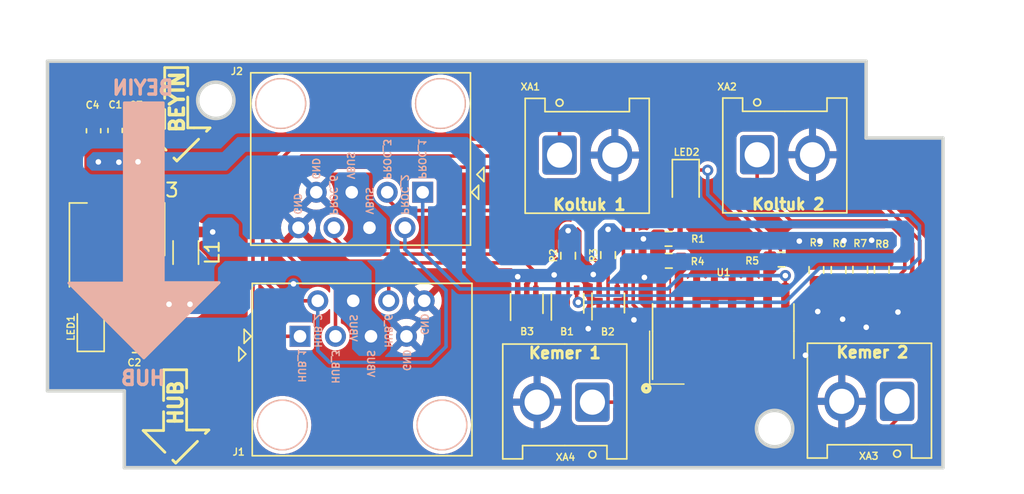
<source format=kicad_pcb>
(kicad_pcb (version 20240108) (generator "pcbnew") (generator_version "8.0")
  (layers (0 "F.Cu" signal) (31 "B.Cu" signal) (34 "B.Paste" user) (35 "F.Paste" user) (36 "B.SilkS" user "B.Silkscreen") (37 "F.SilkS" user "F.Silkscreen") (38 "B.Mask" user) (39 "F.Mask" user) (44 "Edge.Cuts" user))
  (net 0 "")
  (net 1 "GND")
  (net 2 "/HUB_3")
  (net 3 "VBUS")
  (net 4 "/HUB_6")
  (net 5 "/HUB_1")
  (net 6 "/HUB_2")
  (net 7 "/PROC_1")
  (net 8 "/PROC_3")
  (net 9 "/PROC_6")
  (net 10 "Net-(LED1-Pad2)")
  (net 11 "VCC")
  (net 12 "Net-(U1-H)")
  (net 13 "Net-(U1-G)")
  (net 14 "Net-(U1-F)")
  (net 15 "Net-(U1-E)")
  (net 16 "Net-(B1-Y)")
  (net 17 "Net-(LED2-A)")
  (net 19 "VBUS_2")
  (footprint "Package_TO_SOT_SMD:SOT-353_SC-70-5" (layer "F.Cu") (at 133.3052 93.366 90)
    (property "Reference" "B2" (at -2.06 -0.03 0) (layer "F.SilkS") (effects (font (size 0.5 0.5) (thickness 0.1))))
    (property "Value" " 74LVC1G125")
    (pad "1" smd rect (at -0.95 -0.65 90) (size 0.65 0.4) (layers "F.Cu" "F.Paste" "F.Mask") (net 1 "GND"))
    (pad "2" smd rect (at -0.95 0 90) (size 0.65 0.4) (layers "F.Cu" "F.Paste" "F.Mask") (net 8 "/PROC_3"))
    (pad "3" smd rect (at -0.95 0.65 90) (size 0.65 0.4) (layers "F.Cu" "F.Paste" "F.Mask") (net 1 "GND"))
    (pad "4" smd rect (at 0.95 0.65 90) (size 0.65 0.4) (layers "F.Cu" "F.Paste" "F.Mask") (net 2 "/HUB_3"))
    (pad "5" smd rect (at 0.95 -0.65 90) (size 0.65 0.4) (layers "F.Cu" "F.Paste" "F.Mask") (net 11 "VCC"))
  )
  (footprint "Package_TO_SOT_SMD:SOT-353_SC-70-5" (layer "F.Cu") (at 130.3952 93.386 90)
    (property "Reference" "B1" (at -2.03 -0.04 0) (layer "F.SilkS") (effects (font (size 0.5 0.5) (thickness 0.1))))
    (property "Value" " 74LVC1G125")
    (pad "1" smd rect (at -0.95 -0.65 90) (size 0.65 0.4) (layers "F.Cu" "F.Paste" "F.Mask") (net 1 "GND"))
    (pad "2" smd rect (at -0.95 0 90) (size 0.65 0.4) (layers "F.Cu" "F.Paste" "F.Mask") (net 9 "/PROC_6"))
    (pad "3" smd rect (at -0.95 0.65 90) (size 0.65 0.4) (layers "F.Cu" "F.Paste" "F.Mask") (net 1 "GND"))
    (pad "4" smd rect (at 0.95 0.65 90) (size 0.65 0.4) (layers "F.Cu" "F.Paste" "F.Mask") (net 16 "Net-(B1-Y)"))
    (pad "5" smd rect (at 0.95 -0.65 90) (size 0.65 0.4) (layers "F.Cu" "F.Paste" "F.Mask") (net 11 "VCC"))
  )
  (footprint "Connector_Hirose:Hirose_DF63M-2P-3.96DSA_1x02_P3.96mm_Vertical" (layer "F.Cu") (at 132.1752 100.466 180)
    (property "Reference" "XA4" (at 1.93 -3.94 0) (layer "F.SilkS") (effects (font (size 0.5 0.5) (thickness 0.1))))
    (property "Value" "DNP")
    (pad "1" thru_hole roundrect (at 0 0 180) (size 2.46 2.8) (drill 1.8) (layers "*.Cu" "*.Mask") (roundrect_rratio 0.1016260163) (net 15 "Net-(U1-E)"))
    (pad "2" thru_hole oval (at 3.96 0 180) (size 2.46 2.8) (drill 1.8) (layers "*.Cu" "*.Mask") (net 1 "GND"))
  )
  (footprint "Resistor_SMD:R_0603_1608Metric" (layer "F.Cu") (at 130.4352 89.986 -90)
    (property "Reference" "R2" (at -0.02 1.05 -90) (layer "F.SilkS") (effects (font (size 0.5 0.5) (thickness 0.1))))
    (property "Value" "4.7K")
    (pad "1" smd roundrect (at -0.825 0 270) (size 0.8 0.95) (layers "F.Cu" "F.Paste" "F.Mask") (net 11 "VCC"))
    (pad "2" smd roundrect (at 0.825 0 270) (size 0.8 0.95) (layers "F.Cu" "F.Paste" "F.Mask") (net 9 "/PROC_6"))
  )
  (footprint "Resistor_SMD:R_0603_1608Metric" (layer "F.Cu") (at 145.7152 90.256 180)
    (property "Reference" "R5" (at 2.105 -0.09 180) (layer "F.SilkS") (effects (font (size 0.5 0.5) (thickness 0.1))))
    (property "Value" "1K")
    (pad "1" smd roundrect (at -0.825 0 180) (size 0.8 0.95) (layers "F.Cu" "F.Paste" "F.Mask") (net 11 "VCC"))
    (pad "2" smd roundrect (at 0.825 0 180) (size 0.8 0.95) (layers "F.Cu" "F.Paste" "F.Mask") (net 5 "/HUB_1"))
  )
  (footprint "Capacitor_SMD:C_0603_1608Metric" (layer "F.Cu") (at 98.0052 81.016 90)
    (property "Reference" "C1" (at 1.84 0.02 0) (layer "F.SilkS") (effects (font (size 0.5 0.5) (thickness 0.1))))
    (property "Value" "10nF")
    (pad "1" smd roundrect (at -0.775 0 90) (size 0.9 0.95) (layers "F.Cu" "F.Paste" "F.Mask") (net 11 "VCC"))
    (pad "2" smd roundrect (at 0.775 0 90) (size 0.9 0.95) (layers "F.Cu" "F.Paste" "F.Mask") (net 1 "GND"))
  )
  (footprint "Resistor_SMD:R_0603_1608Metric" (layer "F.Cu") (at 148.2052 91.006 -90)
    (property "Reference" "R9" (at -1.96 -0.01 180) (layer "F.SilkS") (effects (font (size 0.5 0.5) (thickness 0.1))))
    (property "Value" "4.7K")
    (pad "1" smd roundrect (at -0.825 0 270) (size 0.8 0.95) (layers "F.Cu" "F.Paste" "F.Mask") (net 11 "VCC"))
    (pad "2" smd roundrect (at 0.825 0 270) (size 0.8 0.95) (layers "F.Cu" "F.Paste" "F.Mask") (net 15 "Net-(U1-E)"))
  )
  (footprint "Capacitor_SMD:C_0603_1608Metric" (layer "F.Cu") (at 99.3902 96.406 180)
    (property "Reference" "C2" (at 0.005 -1.23 180) (layer "F.SilkS") (effects (font (size 0.5 0.5) (thickness 0.1))))
    (property "Value" "330nF")
    (pad "1" smd roundrect (at -0.775 0 180) (size 0.9 0.95) (layers "F.Cu" "F.Paste" "F.Mask") (net 19 "VBUS_2"))
    (pad "2" smd roundrect (at 0.775 0 180) (size 0.9 0.95) (layers "F.Cu" "F.Paste" "F.Mask") (net 1 "GND"))
  )
  (footprint "Resistor_SMD:R_0603_1608Metric" (layer "F.Cu") (at 99.4102 93.816 180)
    (property "Reference" "R10" (at 0.005 -1.24 180) (layer "F.SilkS") (effects (font (size 0.5 0.5) (thickness 0.1))))
    (property "Value" "6.98K")
    (pad "1" smd roundrect (at -0.825 0 180) (size 0.8 0.95) (layers "F.Cu" "F.Paste" "F.Mask") (net 19 "VBUS_2"))
    (pad "2" smd roundrect (at 0.825 0 180) (size 0.8 0.95) (layers "F.Cu" "F.Paste" "F.Mask") (net 10 "Net-(LED1-Pad2)"))
  )
  (footprint "Package_SO:SOIC-16_3.9x9.9mm_P1.27mm" (layer "F.Cu") (at 141.5402 95.381 90)
    (property "Reference" "U1" (at 4.205 0.025 0) (layer "F.SilkS") (effects (font (size 0.5 0.5) (thickness 0.1))))
    (property "Value" "SN74LS165ADR")
    (pad "1" smd roundrect (at -2.475 -4.445 90) (size 1.95 0.6) (layers "F.Cu" "F.Paste" "F.Mask") (net 9 "/PROC_6"))
    (pad "2" smd roundrect (at -2.475 -3.175 90) (size 1.95 0.6) (layers "F.Cu" "F.Paste" "F.Mask") (net 8 "/PROC_3"))
    (pad "3" smd roundrect (at -2.475 -1.905 90) (size 1.95 0.6) (layers "F.Cu" "F.Paste" "F.Mask") (net 15 "Net-(U1-E)"))
    (pad "4" smd roundrect (at -2.475 -0.635 90) (size 1.95 0.6) (layers "F.Cu" "F.Paste" "F.Mask") (net 14 "Net-(U1-F)"))
    (pad "5" smd roundrect (at -2.475 0.635 90) (size 1.95 0.6) (layers "F.Cu" "F.Paste" "F.Mask") (net 13 "Net-(U1-G)"))
    (pad "6" smd roundrect (at -2.475 1.905 90) (size 1.95 0.6) (layers "F.Cu" "F.Paste" "F.Mask") (net 12 "Net-(U1-H)"))
    (pad "7" smd roundrect (at -2.475 3.175 90) (size 1.95 0.6) (layers "F.Cu" "F.Paste" "F.Mask"))
    (pad "8" smd roundrect (at -2.475 4.445 90) (size 1.95 0.6) (layers "F.Cu" "F.Paste" "F.Mask") (net 1 "GND"))
    (pad "9" smd roundrect (at 2.475 4.445 90) (size 1.95 0.6) (layers "F.Cu" "F.Paste" "F.Mask") (net 7 "/PROC_1"))
    (pad "10" smd roundrect (at 2.475 3.175 90) (size 1.95 0.6) (layers "F.Cu" "F.Paste" "F.Mask") (net 5 "/HUB_1"))
    (pad "11" smd roundrect (at 2.475 1.905 90) (size 1.95 0.6) (layers "F.Cu" "F.Paste" "F.Mask") (net 1 "GND"))
    (pad "12" smd roundrect (at 2.475 0.635 90) (size 1.95 0.6) (layers "F.Cu" "F.Paste" "F.Mask") (net 1 "GND"))
    (pad "13" smd roundrect (at 2.475 -0.635 90) (size 1.95 0.6) (layers "F.Cu" "F.Paste" "F.Mask") (net 1 "GND"))
    (pad "14" smd roundrect (at 2.475 -1.905 90) (size 1.95 0.6) (layers "F.Cu" "F.Paste" "F.Mask") (net 1 "GND"))
    (pad "15" smd roundrect (at 2.475 -3.175 90) (size 1.95 0.6) (layers "F.Cu" "F.Paste" "F.Mask") (net 6 "/HUB_2"))
    (pad "16" smd roundrect (at 2.475 -4.445 90) (size 1.95 0.6) (layers "F.Cu" "F.Paste" "F.Mask") (net 11 "VCC"))
  )
  (footprint "Resistor_SMD:R_0603_1608Metric" (layer "F.Cu") (at 152.8852 90.991 -90)
    (property "Reference" "R8" (at -1.84 -0.03 180) (layer "F.SilkS") (effects (font (size 0.5 0.5) (thickness 0.1))))
    (property "Value" "4.7K")
    (pad "1" smd roundrect (at -0.825 0 270) (size 0.8 0.95) (layers "F.Cu" "F.Paste" "F.Mask") (net 11 "VCC"))
    (pad "2" smd roundrect (at 0.825 0 270) (size 0.8 0.95) (layers "F.Cu" "F.Paste" "F.Mask") (net 12 "Net-(U1-H)"))
  )
  (footprint "Resistor_SMD:R_0603_1608Metric" (layer "F.Cu") (at 151.3452 90.991 -90)
    (property "Reference" "R7" (at -1.89 0 180) (layer "F.SilkS") (effects (font (size 0.5 0.5) (thickness 0.1))))
    (property "Value" "4.7K")
    (pad "1" smd roundrect (at -0.825 0 270) (size 0.8 0.95) (layers "F.Cu" "F.Paste" "F.Mask") (net 11 "VCC"))
    (pad "2" smd roundrect (at 0.825 0 270) (size 0.8 0.95) (layers "F.Cu" "F.Paste" "F.Mask") (net 13 "Net-(U1-G)"))
  )
  (footprint "Package_TO_SOT_SMD:SOT-353_SC-70-5" (layer "F.Cu") (at 127.4752 93.406 90)
    (property "Reference" "B3" (at -2 0.02 0) (layer "F.SilkS") (effects (font (size 0.5 0.5) (thickness 0.1))))
    (property "Value" " 74LVC1G125")
    (pad "1" smd rect (at -0.95 -0.65 90) (size 0.65 0.4) (layers "F.Cu" "F.Paste" "F.Mask") (net 1 "GND"))
    (pad "2" smd rect (at -0.95 0 90) (size 0.65 0.4) (layers "F.Cu" "F.Paste" "F.Mask") (net 9 "/PROC_6"))
    (pad "3" smd rect (at -0.95 0.65 90) (size 0.65 0.4) (layers "F.Cu" "F.Paste" "F.Mask") (net 1 "GND"))
    (pad "4" smd rect (at 0.95 0.65 90) (size 0.65 0.4) (layers "F.Cu" "F.Paste" "F.Mask") (net 4 "/HUB_6"))
    (pad "5" smd rect (at 0.95 -0.65 90) (size 0.65 0.4) (layers "F.Cu" "F.Paste" "F.Mask") (net 11 "VCC"))
  )
  (footprint "Resistor_SMD:R_0603_1608Metric" (layer "F.Cu") (at 133.2952 89.936 -90)
    (property "Reference" "R3" (at 0.01 1.04 -90) (layer "F.SilkS") (effects (font (size 0.5 0.5) (thickness 0.1))))
    (property "Value" "1K")
    (pad "1" smd roundrect (at -0.825 0 270) (size 0.8 0.95) (layers "F.Cu" "F.Paste" "F.Mask") (net 11 "VCC"))
    (pad "2" smd roundrect (at 0.825 0 270) (size 0.8 0.95) (layers "F.Cu" "F.Paste" "F.Mask") (net 8 "/PROC_3"))
  )
  (footprint "Connector_Hirose:Hirose_DF63M-2P-3.96DSA_1x02_P3.96mm_Vertical" (layer "F.Cu") (at 129.8206 82.7794)
    (property "Reference" "XA1" (at -2.0906 -4.8894 0) (layer "F.SilkS") (effects (font (size 0.5 0.5) (thickness 0.1))))
    (property "Value" "B2P-VH(LF)(SN) right Angle" (hide yes))
    (pad "1" thru_hole roundrect (at 0 0) (size 2.46 2.8) (drill 1.8) (layers "*.Cu" "*.Mask") (roundrect_rratio 0.1016260163) (net 13 "Net-(U1-G)"))
    (pad "2" thru_hole oval (at 3.96 0) (size 2.46 2.8) (drill 1.8) (layers "*.Cu" "*.Mask") (net 1 "GND"))
  )
  (footprint "LED_SMD:LED_0805_2012Metric" (layer "F.Cu") (at 138.8552 84.786 -90)
    (property "Reference" "LED2" (at -2.22 -0.06 180) (layer "F.SilkS") (effects (font (size 0.5 0.5) (thickness 0.1))))
    (property "Value" "RED LED")
    (pad "1" smd roundrect (at -0.9375 0 270) (size 0.975 1.4) (layers "F.Cu" "F.Paste" "F.Mask") (net 16 "Net-(B1-Y)"))
    (pad "2" smd roundrect (at 0.9375 0 270) (size 0.975 1.4) (layers "F.Cu" "F.Paste" "F.Mask") (net 17 "Net-(LED2-A)"))
  )
  (footprint "Resistor_SMD:R_0603_1608Metric" (layer "F.Cu") (at 137.6252 88.776)
    (property "Reference" "R1" (at 2.11 0.005 0) (layer "F.SilkS") (effects (font (size 0.5 0.5) (thickness 0.1))))
    (property "Value" "1K")
    (pad "1" smd roundrect (at -0.825 0) (size 0.8 0.95) (layers "F.Cu" "F.Paste" "F.Mask") (net 11 "VCC"))
    (pad "2" smd roundrect (at 0.825 0) (size 0.8 0.95) (layers "F.Cu" "F.Paste" "F.Mask") (net 17 "Net-(LED2-A)"))
  )
  (footprint "Connector_RJ:RJ45_OST_PJ012-8P8CX_Vertical" (layer "F.Cu") (at 111.2425 95.75)
    (property "Reference" "J1" (at -4.3925 8.28 0) (layer "F.SilkS") (effects (font (size 0.5 0.5) (thickness 0.1))))
    (property "Value" "RJ45" (hide yes))
    (pad "" np_thru_hole circle (at -1.27 6.35) (size 3.65 3.65) (drill 3.45) (layers "*.Cu" "*.SilkS" "*.Mask"))
    (pad "" np_thru_hole circle (at 10.16 6.35) (size 3.65 3.65) (drill 3.45) (layers "*.Cu" "*.SilkS" "*.Mask"))
    (pad "1" thru_hole rect (at 0 0) (size 1.5 1.5) (drill 0.9) (layers "*.Cu" "*.Mask") (net 5 "/HUB_1"))
    (pad "2" thru_hole circle (at 1.27 -2.54) (size 1.5 1.5) (drill 0.9) (layers "*.Cu" "*.Mask") (net 6 "/HUB_2"))
    (pad "3" thru_hole circle (at 2.54 0) (size 1.5 1.5) (drill 0.9) (layers "*.Cu" "*.Mask") (net 2 "/HUB_3"))
    (pad "4" thru_hole circle (at 3.81 -2.54) (size 1.5 1.5) (drill 0.9) (layers "*.Cu" "*.Mask") (net 19 "VBUS_2"))
    (pad "5" thru_hole circle (at 5.08 0) (size 1.5 1.5) (drill 0.9) (layers "*.Cu" "*.Mask") (net 19 "VBUS_2"))
    (pad "6" thru_hole circle (at 6.35 -2.54) (size 1.5 1.5) (drill 0.9) (layers "*.Cu" "*.Mask") (net 4 "/HUB_6"))
    (pad "7" thru_hole circle (at 7.62 0) (size 1.5 1.5) (drill 0.9) (layers "*.Cu" "*.Mask") (net 1 "GND"))
    (pad "8" thru_hole circle (at 8.89 -2.54) (size 1.5 1.5) (drill 0.9) (layers "*.Cu" "*.Mask") (net 1 "GND"))
  )
  (footprint "Resistor_SMD:R_0603_1608Metric" (layer "F.Cu") (at 137.6452 90.346)
    (property "Reference" "R4" (at 2.06 0.05 0) (layer "F.SilkS") (effects (font (size 0.5 0.5) (thickness 0.1) (bold yes))))
    (property "Value" "4.7K")
    (pad "1" smd roundrect (at -0.825 0) (size 0.8 0.95) (layers "F.Cu" "F.Paste" "F.Mask") (net 11 "VCC"))
    (pad "2" smd roundrect (at 0.825 0) (size 0.8 0.95) (layers "F.Cu" "F.Paste" "F.Mask") (net 6 "/HUB_2"))
  )
  (footprint "Inductor_SMD:L_1206_3216Metric" (layer "F.Cu") (at 103.0652 89.756 -90)
    (property "Reference" "L1" (at 0 -1.9 90) (layer "F.SilkS"))
    (property "Value" "BLM31PG330SN1L")
    (pad "1" smd roundrect (at -1.475 0 270) (size 1.15 1.9) (layers "F.Cu" "F.Paste" "F.Mask") (roundrect_rratio 0.2380947826) (net 3 "VBUS"))
    (pad "2" smd roundrect (at 1.475 0 270) (size 1.15 1.9) (layers "F.Cu" "F.Paste" "F.Mask") (roundrect_rratio 0.2380947826) (net 19 "VBUS_2"))
  )
  (footprint "Connector_RJ:RJ45_OST_PJ012-8P8CX_Vertical" (layer "F.Cu") (at 120.0245 85.4386 180)
    (property "Reference" "J2" (at 13.3045 8.6586 0) (layer "F.SilkS") (effects (font (size 0.5 0.5) (thickness 0.1))))
    (property "Value" "RJ45" (hide yes))
    (pad "" np_thru_hole circle (at -1.27 6.35 180) (size 3.65 3.65) (drill 3.45) (layers "*.Cu" "*.SilkS" "*.Mask"))
    (pad "" np_thru_hole circle (at 10.16 6.35 180) (size 3.65 3.65) (drill 3.45) (layers "*.Cu" "*.SilkS" "*.Mask"))
    (pad "1" thru_hole rect (at 0 0 180) (size 1.5 1.5) (drill 0.9) (layers "*.Cu" "*.Mask") (net 7 "/PROC_1"))
    (pad "2" thru_hole circle (at 1.27 -2.54 180) (size 1.5 1.5) (drill 0.9) (layers "*.Cu" "*.Mask") (net 6 "/HUB_2"))
    (pad "3" thru_hole circle (at 2.54 0 180) (size 1.5 1.5) (drill 0.9) (layers "*.Cu" "*.Mask") (net 8 "/PROC_3"))
    (pad "4" thru_hole circle (at 3.81 -2.54 180) (size 1.5 1.5) (drill 0.9) (layers "*.Cu" "*.Mask") (net 3 "VBUS"))
    (pad "5" thru_hole circle (at 5.08 0 180) (size 1.5 1.5) (drill 0.9) (layers "*.Cu" "*.Mask") (net 3 "VBUS"))
    (pad "6" thru_hole circle (at 6.35 -2.54 180) (size 1.5 1.5) (drill 0.9) (layers "*.Cu" "*.Mask") (net 9 "/PROC_6"))
    (pad "7" thru_hole circle (at 7.62 0 180) (size 1.5 1.5) (drill 0.9) (layers "*.Cu" "*.Mask") (net 1 "GND"))
    (pad "8" thru_hole circle (at 8.89 -2.54 180) (size 1.5 1.5) (drill 0.9) (layers "*.Cu" "*.Mask") (net 1 "GND"))
  )
  (footprint "Connector_Hirose:Hirose_DF63M-2P-3.96DSA_1x02_P3.96mm_Vertical" (layer "F.Cu") (at 143.9672 82.754)
    (property "Reference" "XA2" (at -2.157199 -4.864001 180) (layer "F.SilkS") (effects (font (size 0.5 0.5) (thickness 0.1))))
    (property "Value" "B2P-VH(LF)(SN) right Angle" (hide yes))
    (pad "1" thru_hole roundrect (at 0 0) (size 2.46 2.8) (drill 1.8) (layers "*.Cu" "*.Mask") (roundrect_rratio 0.1016260163) (net 12 "Net-(U1-H)"))
    (pad "2" thru_hole oval (at 3.96 0) (size 2.46 2.8) (drill 1.8) (layers "*.Cu" "*.Mask") (net 1 "GND"))
  )
  (footprint "Capacitor_SMD:C_0603_1608Metric" (layer "F.Cu") (at 99.5652 81.016 90)
    (property "Reference" "C3" (at 1.81 -0.06 0) (layer "F.SilkS") (effects (font (size 0.5 0.5) (thickness 0.1))))
    (property "Value" "100nF")
    (pad "1" smd roundrect (at -0.775 0 90) (size 0.9 0.95) (layers "F.Cu" "F.Paste" "F.Mask") (net 11 "VCC"))
    (pad "2" smd roundrect (at 0.775 0 90) (size 0.9 0.95) (layers "F.Cu" "F.Paste" "F.Mask") (net 1 "GND"))
  )
  (footprint "Package_TO_SOT_SMD:SOT-223-3_TabPin2" (layer "F.Cu") (at 98.1452 88.116 90)
    (property "Reference" "U3" (at 2.83 3.41 0) (layer "F.SilkS"))
    (property "Value" "LM1117-3.3")
    (pad "1" smd rect (at -3.15 -2.3 90) (size 2 1.5) (layers "F.Cu" "F.Paste" "F.Mask") (net 1 "GND"))
    (pad "2" smd rect (at -3.15 0 90) (size 2 1.5) (layers "F.Cu" "F.Paste" "F.Mask") (net 11 "VCC"))
    (pad "2" smd rect (at 3.15 0 90) (size 2 3.8) (layers "F.Cu" "F.Paste" "F.Mask") (net 11 "VCC"))
    (pad "3" smd rect (at -3.15 2.3 90) (size 2 1.5) (layers "F.Cu" "F.Paste" "F.Mask") (net 19 "VBUS_2"))
  )
  (footprint "Capacitor_SMD:C_0603_1608Metric" (layer "F.Cu") (at 96.4652 81.036 90)
    (property "Reference" "C4" (at 1.84 -0.075 0) (layer "F.SilkS") (effects (font (size 0.5 0.5) (thickness 0.1) (bold yes))))
    (property "Value" "1uF")
    (pad "1" smd roundrect (at -0.775 0 90) (size 0.9 0.95) (layers "F.Cu" "F.Paste" "F.Mask") (net 11 "VCC"))
    (pad "2" smd roundrect (at 0.775 0 90) (size 0.9 0.95) (layers "F.Cu" "F.Paste" "F.Mask") (net 1 "GND"))
  )
  (footprint "LED_SMD:LED_0805_2012Metric" (layer "F.Cu") (at 96.2602 95.146 90)
    (property "Reference" "LED1" (at -0.01 -1.42 -90) (layer "F.SilkS") (effects (font (size 0.5 0.5) (thickness 0.1))))
    (property "Value" "GREEN LED")
    (pad "1" smd roundrect (at -0.9375 0 90) (size 0.975 1.4) (layers "F.Cu" "F.Paste" "F.Mask") (net 1 "GND"))
    (pad "2" smd roundrect (at 0.9375 0 90) (size 0.975 1.4) (layers "F.Cu" "F.Paste" "F.Mask") (net 10 "Net-(LED1-Pad2)"))
  )
  (footprint "Resistor_SMD:R_0603_1608Metric" (layer "F.Cu") (at 149.7952 91.006 -90)
    (property "Reference" "R6" (at -1.9 -0.06 180) (layer "F.SilkS") (effects (font (size 0.5 0.5) (thickness 0.1))))
    (property "Value" "4.7K")
    (pad "1" smd roundrect (at -0.825 0 270) (size 0.8 0.95) (layers "F.Cu" "F.Paste" "F.Mask") (net 11 "VCC"))
    (pad "2" smd roundrect (at 0.825 0 270) (size 0.8 0.95) (layers "F.Cu" "F.Paste" "F.Mask") (net 14 "Net-(U1-F)"))
  )
  (footprint "Connector_Hirose:Hirose_DF63M-2P-3.96DSA_1x02_P3.96mm_Vertical" (layer "F.Cu") (at 153.9852 100.406 180)
    (property "Reference" "XA3" (at 2.03 -3.92 0) (layer "F.SilkS") (effects (font (size 0.5 0.5) (thickness 0.1))))
    (property "Value" "DNP")
    (pad "1" thru_hole roundrect (at 0 0 180) (size 2.46 2.8) (drill 1.8) (layers "*.Cu" "*.Mask") (roundrect_rratio 0.1016260163) (net 14 "Net-(U1-F)"))
    (pad "2" thru_hole oval (at 3.96 0 180) (size 2.46 2.8) (drill 1.8) (layers "*.Cu" "*.Mask") (net 1 "GND"))
  )
  (gr_poly (pts (xy 101.4552 79.036) (xy 101.4552 91.906) (xy 105.4552 91.906) (xy 100.0602 97.301) (xy 94.6952 91.936) (xy 98.6652 91.936) (xy 98.6652 79.036)) (stroke (width 0.2)) (fill solid) (layer "B.SilkS"))
  (gr_poly (pts (xy 103.2052 76.516) (xy 101.5552 76.516) (xy 101.5552 80.866) (xy 100.0952 80.866) (xy 102.4252 83.196) (xy 104.7952 80.826) (xy 103.6552 80.826) (xy 103.2052 80.826)) (stroke (width 0.2) (type dash)) (fill solid) (layer "F.SilkS"))
  (gr_poly (pts (xy 103.1252 98.146) (xy 101.4752 98.146) (xy 101.4752 102.496) (xy 100.0152 102.496) (xy 102.3452 104.826) (xy 104.7152 102.456) (xy 103.5752 102.456) (xy 103.1252 102.456)) (stroke (width 0.2) (type dash)) (fill solid) (layer "F.SilkS"))
  (gr_line (start 157.2652 81.556) (end 151.7652 81.556) (stroke (width 0.25)) (layer "Edge.Cuts"))
  (gr_line (start 93.1652 76.056) (end 151.7652 76.056) (stroke (width 0.25)) (layer "Edge.Cuts"))
  (gr_line (start 151.7652 81.556) (end 151.7652 76.056) (stroke (width 0.25)) (layer "Edge.Cuts"))
  (gr_circle (center 145.2152 102.356) (end 146.5152 102.356) (stroke (width 0.25)) (fill none) (layer "Edge.Cuts"))
  (gr_line (start 98.6652 99.656) (end 98.6652 105.156) (stroke (width 0.25)) (layer "Edge.Cuts"))
  (gr_line (start 157.2652 81.556) (end 157.2652 105.156) (stroke (width 0.25)) (layer "Edge.Cuts"))
  (gr_line (start 93.1652 99.656) (end 93.1652 76.056) (stroke (width 0.25)) (layer "Edge.Cuts"))
  (gr_line (start 157.2652 105.156) (end 98.6652 105.156) (stroke (width 0.25)) (layer "Edge.Cuts"))
  (gr_line (start 93.1652 99.656) (end 98.6652 99.656) (stroke (width 0.25)) (layer "Edge.Cuts"))
  (gr_circle (center 105.2152 78.856) (end 106.5152 78.856) (stroke (width 0.25)) (fill none) (layer "Edge.Cuts"))
  (gr_text "VBUS" (at 114.5752 84.556 -90) (layer "B.SilkS") (effects (font (size 0.5 0.5) (thickness 0.1) (bold yes)) (justify left bottom mirror)))
  (gr_text "PROC_2" (at 118.4352 87.116 -90) (layer "B.SilkS") (effects (font (size 0.5 0.5) (thickness 0.1) (bold yes)) (justify left bottom mirror)))
  (gr_text "HUB" (at 101.714069 99.329631 -0) (layer "B.SilkS") (effects (font (size 1 1) (thickness 0.25) (bold yes)) (justify left bottom mirror)))
  (gr_text "GND" (at 119.8552 95.716 -90) (layer "B.SilkS") (effects (font (size 0.5 0.5) (thickness 0.1) (bold yes)) (justify left bottom mirror)))
  (gr_text "GND" (at 118.5852 98.296 -90) (layer "B.SilkS") (effects (font (size 0.5 0.5) (thickness 0.1) (bold yes)) (justify left bottom mirror)))
  (gr_text "HUB_6" (at 117.2652 96.626 -90) (layer "B.SilkS") (effects (font (size 0.5 0.5) (thickness 0.1) (bold yes)) (justify left bottom mirror)))
  (gr_text "VBUS" (at 114.7652 96.186 -90) (layer "B.SilkS") (effects (font (size 0.5 0.5) (thickness 0.1) (bold yes)) (justify left bottom mirror)))
  (gr_text "GND" (at 112.0852 84.576 -90) (layer "B.SilkS") (effects (font (size 0.5 0.5) (thickness 0.1) (bold yes)) (justify left bottom mirror)))
  (gr_text "HUB_3" (at 113.4752 99.196 -90) (layer "B.SilkS") (effects (font (size 0.5 0.5) (thickness 0.1) (bold yes)) (justify left bottom mirror)))
  (gr_text "BEYIN" (at 102.299307 78.544393 0) (layer "B.SilkS") (effects (font (size 1 1) (thickness 0.25) (bold yes)) (justify left bottom mirror)))
  (gr_text "HUB_2" (at 112.2152 96.626 -90) (layer "B.SilkS") (effects (font (size 0.5 0.5) (thickness 0.1) (bold yes)) (justify left bottom mirror)))
  (gr_text "VBUS" (at 115.9152 87.076 -90) (layer "B.SilkS") (effects (font (size 0.5 0.5) (thickness 0.1) (bold yes)) (justify left bottom mirror)))
  (gr_text "PROC_1" (at 119.6852 84.546 -90) (layer "B.SilkS") (effects (font (size 0.5 0.5) (thickness 0.1) (bold yes)) (justify left bottom mirror)))
  (gr_text "VBUS" (at 116.0152 98.736 -90) (layer "B.SilkS") (effects (font (size 0.5 0.5) (thickness 0.1) (bold yes)) (justify left bottom mirror)))
  (gr_text "PROC_3" (at 117.1752 84.586 -90) (layer "B.SilkS") (effects (font (size 0.5 0.5) (thickness 0.1) (bold yes)) (justify left bottom mirror)))
  (gr_text "HUB_1" (at 111.0752 99.116 -90) (layer "B.SilkS") (effects (font (size 0.5 0.5) (thickness 0.1) (bold yes)) (justify left bottom mirror)))
  (gr_text "PROC_6" (at 113.3452 87.146 -90) (layer "B.SilkS") (effects (font (size 0.5 0.5) (thickness 0.1) (bold yes)) (justify left bottom mirror)))
  (gr_text "GND" (at 110.7752 87.096 -90) (layer "B.SilkS") (effects (font (size 0.5 0.5) (thickness 0.1) (bold yes)) (justify left bottom mirror)))
  (gr_text "BEYIN" (at 103.0252 81.286 90) (layer "F.SilkS") (effects (font (size 1 1) (thickness 0.25) (bold yes)) (justify left bottom)))
  (gr_text "Koltuk 1 " (at 129.2552 86.796 0) (layer "F.SilkS") (effects (font (size 0.8 0.8) (thickness 0.2) (bold yes)) (justify left bottom)))
  (gr_text "HUB" (at 102.9252 102.216 90) (layer "F.SilkS") (effects (font (size 1 1) (thickness 0.25) (bold yes)) (justify left bottom)))
  (gr_text "Kemer 2" (at 149.5352 97.366 0) (layer "F.SilkS") (effects (font (size 0.8 0.8) (thickness 0.2) (bold yes)) (justify left bottom)))
  (gr_text "Koltuk 2" (at 143.4952 86.766 0) (layer "F.SilkS") (effects (font (size 0.8 0.8) (thickness 0.2) (bold yes)) (justify left bottom)))
  (gr_text "Kemer 1" (at 127.5152 97.416 0) (layer "F.SilkS") (effects (font (size 0.8 0.8) (thickness 0.2) (bold yes)) (justify left bottom)))
  (via (at 135.8952 91.536) (size 0.8) (drill 0.4) (layers "F.Cu" "B.Cu") (net 1))
  (via (at 147.4252 97.106) (size 0.8) (drill 0.4) (layers "F.Cu" "B.Cu") (net 1))
  (via (at 110.7752 91.996) (size 0.8) (drill 0.4) (layers "F.Cu" "B.Cu") (net 1))
  (via (at 148.3052 93.976) (size 0.8) (drill 0.4) (layers "F.Cu" "B.Cu") (net 1))
  (via (at 154.0452 94.016) (size 0.8) (drill 0.4) (layers "F.Cu" "B.Cu") (net 1))
  (via (at 131.8752 95.206) (size 0.8) (drill 0.4) (layers "F.Cu" "B.Cu") (net 1))
  (via (at 135.146133 94.575067) (size 0.8) (drill 0.4) (layers "F.Cu" "B.Cu") (net 1))
  (via (at 151.774755 95.104579) (size 0.8) (drill 0.4) (layers "F.Cu" "B.Cu") (net 1))
  (via (at 150.0852 94.526) (size 0.8) (drill 0.4) (layers "F.Cu" "B.Cu") (net 1))
  (segment (start 133.9552 91.756) (end 134.3952 91.316) (width 0.254) (layer "F.Cu") (net 2))
  (segment (start 111.8452 83.646) (end 109.2652 86.226) (width 0.254) (layer "F.Cu") (net 2))
  (segment (start 133.9552 92.416) (end 133.9552 91.756) (width 0.254) (layer "F.Cu") (net 2))
  (segment (start 109.2652 88.826) (end 111.5752 91.136) (width 0.254) (layer "F.Cu") (net 2))
  (segment (start 111.5752 91.136) (end 112.9752 91.136) (width 0.254) (layer "F.Cu") (net 2))
  (segment (start 134.3952 87.156) (end 133.4052 86.166) (width 0.254) (layer "F.Cu") (net 2))
  (segment (start 127.8352 86.166) (end 125.3152 83.646) (width 0.254) (layer "F.Cu") (net 2))
  (segment (start 112.9752 91.136) (end 113.7825 91.9433) (width 0.254) (layer "F.Cu") (net 2))
  (segment (start 109.2652 86.226) (end 109.2652 88.826) (width 0.254) (layer "F.Cu") (net 2))
  (segment (start 134.3952 91.316) (end 134.3952 87.156) (width 0.254) (layer "F.Cu") (net 2))
  (segment (start 133.4052 86.166) (end 127.8352 86.166) (width 0.254) (layer "F.Cu") (net 2))
  (segment (start 113.7825 91.9433) (end 113.7825 95.75) (width 0.254) (layer "F.Cu") (net 2))
  (segment (start 125.3152 83.646) (end 111.8452 83.646) (width 0.254) (layer "F.Cu") (net 2))
  (segment (start 104.9902 88.281) (end 103.0652 88.281) (width 0.762) (layer "F.Cu") (net 3))
  (via (at 104.9902 88.281) (size 0.8) (drill 0.4) (layers "F.Cu" "B.Cu") (net 3))
  (segment (start 128.1252 91.216) (end 128.1252 92.456) (width 0.254) (layer "F.Cu") (net 4))
  (segment (start 117.5925 91.8387) (end 118.9352 90.496) (width 0.254) (layer "F.Cu") (net 4))
  (segment (start 117.5925 93.21) (end 117.5925 91.8387) (width 0.254) (layer "F.Cu") (net 4))
  (segment (start 118.9352 90.496) (end 127.4052 90.496) (width 0.254) (layer "F.Cu") (net 4))
  (segment (start 127.4052 90.496) (end 128.1252 91.216) (width 0.254) (layer "F.Cu") (net 4))
  (segment (start 111.2425 95.75) (end 109.0392 95.75) (width 0.254) (layer "F.Cu") (net 5))
  (segment (start 144.8902 88.961) (end 144.8902 90.256) (width 0.254) (layer "F.Cu") (net 5))
  (segment (start 107.8752 85.076) (end 110.8152 82.136) (width 0.254) (layer "F.Cu") (net 5))
  (segment (start 110.8152 82.136) (end 125.9952 82.136) (width 0.254) (layer "F.Cu") (net 5))
  (segment (start 141.2052 83.036) (end 141.2052 85.276) (width 0.254) (layer "F.Cu") (net 5))
  (segment (start 128.9252 85.066) (end 134.8552 85.066) (width 0.254) (layer "F.Cu") (net 5))
  (segment (start 141.2052 85.276) (end 141.2502 85.321) (width 0.254) (layer "F.Cu") (net 5))
  (segment (start 144.7152 92.906) (end 144.5352 93.086) (width 0.254) (layer "F.Cu") (net 5))
  (segment (start 125.9952 82.136) (end 128.9252 85.066) (width 0.254) (layer "F.Cu") (net 5))
  (segment (start 141.2502 85.321) (end 144.8902 88.961) (width 0.254) (layer "F.Cu") (net 5))
  (segment (start 109.0392 95.75) (end 107.8752 94.586) (width 0.254) (layer "F.Cu") (net 5))
  (segment (start 137.4452 82.476) (end 140.6452 82.476) (width 0.254) (layer "F.Cu") (net 5))
  (segment (start 134.8552 85.066) (end 137.4452 82.476) (width 0.254) (layer "F.Cu") (net 5))
  (segment (start 140.6452 82.476) (end 141.2052 83.036) (width 0.254) (layer "F.Cu") (net 5))
  (segment (start 107.8752 94.586) (end 107.8752 85.076) (width 0.254) (layer "F.Cu") (net 5))
  (segment (start 108.5752 91.646) (end 108.5752 85.626) (width 0.254) (layer "F.Cu") (net 6))
  (segment (start 128.3752 85.596) (end 133.8652 85.596) (width 0.254) (layer "F.Cu") (net 6))
  (segment (start 110.1392 93.21) (end 108.5752 91.646) (width 0.254) (layer "F.Cu") (net 6))
  (segment (start 135.0952 93.496) (end 136.3152 94.716) (width 0.254) (layer "F.Cu") (net 6))
  (segment (start 111.3552 82.846) (end 125.6252 82.846) (width 0.254) (layer "F.Cu") (net 6))
  (segment (start 137.8352 94.716) (end 138.3652 94.186) (width 0.254) (layer "F.Cu") (net 6))
  (segment (start 135.0952 86.826) (end 135.0952 93.496) (width 0.254) (layer "F.Cu") (net 6))
  (segment (start 112.8512 93.21) (end 112.8652 93.196) (width 0.254) (layer "F.Cu") (net 6))
  (segment (start 138.3652 94.186) (end 138.3652 92.906) (width 0.254) (layer "F.Cu") (net 6))
  (segment (start 133.8652 85.596) (end 135.0952 86.826) (width 0.254) (layer "F.Cu") (net 6))
  (segment (start 125.6252 82.846) (end 128.3752 85.596) (width 0.254) (layer "F.Cu") (net 6))
  (segment (start 112.5125 93.21) (end 112.8512 93.21) (width 0.254) (layer "F.Cu") (net 6))
  (segment (start 136.3152 94.716) (end 137.8352 94.716) (width 0.254) (layer "F.Cu") (net 6))
  (segment (start 108.5752 85.626) (end 111.3552 82.846) (width 0.254) (layer "F.Cu") (net 6))
  (segment (start 112.5125 93.21) (end 110.1392 93.21) (width 0.254) (layer "F.Cu") (net 6))
  (segment (start 120.5652 97.616) (end 121.6952 96.486) (width 0.254) (layer "B.Cu") (net 6))
  (segment (start 121.6952 92.466) (end 118.7545 89.5253) (width 0.254) (layer "B.Cu") (net 6))
  (segment (start 112.5125 93.21) (end 112.5125 96.7633) (width 0.254) (layer "B.Cu") (net 6))
  (segment (start 118.7545 89.5253) (end 118.7545 87.9786) (width 0.254) (layer "B.Cu") (net 6))
  (segment (start 121.6952 96.486) (end 121.6952 92.466) (width 0.254) (layer "B.Cu") (net 6))
  (segment (start 112.5125 96.7633) (end 113.3652 97.616) (width 0.254) (layer "B.Cu") (net 6))
  (segment (start 113.3652 97.616) (end 120.5652 97.616) (width 0.254) (layer "B.Cu") (net 6))
  (segment (start 145.9852 92.906) (end 145.9852 91.406) (width 0.254) (layer "F.Cu") (net 7))
  (via (at 145.9852 91.406) (size 0.8) (drill 0.4) (layers "F.Cu" "B.Cu") (net 7))
  (segment (start 138.5152 91.406) (end 137.5652 92.356) (width 0.254) (layer "B.Cu") (net 7))
  (segment (start 120.0245 89.6953) (end 120.0245 85.4386) (width 0.254) (layer "B.Cu") (net 7))
  (segment (start 145.9852 91.406) (end 138.5152 91.406) (width 0.254) (layer "B.Cu") (net 7))
  (segment (start 137.5652 92.356) (end 122.6852 92.356) (width 0.254) (layer "B.Cu") (net 7))
  (segment (start 122.6852 92.356) (end 120.0245 89.6953) (width 0.254) (layer "B.Cu") (net 7))
  (segment (start 131.7752 88.036) (end 131.7752 89.696) (width 0.254) (layer "F.Cu") (net 8))
  (segment (start 117.4845 85.9053) (end 118.3252 86.746) (width 0.254) (layer "F.Cu") (net 8))
  (segment (start 133.3052 95.116) (end 133.6452 95.456) (width 0.254) (layer "F.Cu") (net 8))
  (segment (start 117.4845 85.4386) (end 117.4845 85.9053) (width 0.254) (layer "F.Cu") (net 8))
  (segment (start 133.6452 95.456) (end 137.8052 95.456) (width 0.254) (layer "F.Cu") (net 8))
  (segment (start 118.3252 86.746) (end 130.4852 86.746) (width 0.254) (layer "F.Cu") (net 8))
  (segment (start 137.8052 95.456) (end 138.3652 96.016) (width 0.254) (layer "F.Cu") (net 8))
  (segment (start 138.3652 96.016) (end 138.3652 97.856) (width 0.254) (layer "F.Cu") (net 8))
  (segment (start 131.7752 89.696) (end 132.8402 90.761) (width 0.254) (layer "F.Cu") (net 8))
  (segment (start 133.2952 90.761) (end 133.2952 94.306) (width 0.254) (layer "F.Cu") (net 8))
  (segment (start 133.3052 94.316) (end 133.3052 95.116) (width 0.254) (layer "F.Cu") (net 8))
  (segment (start 132.8402 90.761) (end 133.2952 90.761) (width 0.254) (layer "F.Cu") (net 8))
  (segment (start 130.4852 86.746) (end 131.7752 88.036) (width 0.254) (layer "F.Cu") (net 8))
  (segment (start 133.2952 94.306) (end 133.3052 94.316) (width 0.254) (layer "F.Cu") (net 8))
  (segment (start 131.2052 96.046) (end 136.7652 96.046) (width 0.254) (layer "F.Cu") (net 9))
  (segment (start 130.3952 94.336) (end 130.3952 95.236) (width 0.254) (layer "F.Cu") (net 9))
  (segment (start 130.4352 93.246) (end 130.4352 94.296) (width 0.254) (layer "F.Cu") (net 9))
  (segment (start 127.4752 94.356) (end 127.4752 93.706) (width 0.254) (layer "F.Cu") (net 9))
  (segment (start 114.8752 89.866) (end 129.2652 89.866) (width 0.254) (layer "F.Cu") (net 9))
  (segment (start 137.0952 96.376) (end 137.0952 97.856) (width 0.254) (layer "F.Cu") (net 9))
  (segment (start 127.8152 93.366) (end 130.4352 93.366) (width 0.254) (layer "F.Cu") (net 9))
  (segment (start 130.3952 95.236) (end 131.2052 96.046) (width 0.254) (layer "F.Cu") (net 9))
  (segment (start 129.2652 89.866) (end 130.2102 90.811) (width 0.254) (layer "F.Cu") (net 9))
  (segment (start 127.4752 93.706) (end 127.8152 93.366) (width 0.254) (layer "F.Cu") (net 9))
  (segment (start 130.4352 90.811) (end 130.4352 93.246) (width 0.254) (layer "F.Cu") (net 9))
  (segment (start 113.6745 87.9786) (end 113.6745 88.6653) (width 0.254) (layer "F.Cu") (net 9))
  (segment (start 130.2102 90.811) (end 130.4352 90.811) (width 0.254) (layer "F.Cu") (net 9))
  (segment (start 136.7652 96.046) (end 137.0952 96.376) (width 0.254) (layer "F.Cu") (net 9))
  (segment (start 130.4352 94.296) (end 130.3952 94.336) (width 0.254) (layer "F.Cu") (net 9))
  (segment (start 113.6745 88.6653) (end 114.8752 89.866) (width 0.254) (layer "F.Cu") (net 9))
  (segment (start 97.0177 94.2085) (end 97.4102 93.816) (width 0.381) (layer "F.Cu") (net 10))
  (segment (start 97.4102 93.816) (end 98.5852 93.816) (width 0.381) (layer "F.Cu") (net 10))
  (segment (start 96.2602 94.2085) (end 97.0177 94.2085) (width 0.381) (layer "F.Cu") (net 10))
  (segment (start 132.2352 91.326) (end 132.6552 91.746) (width 0.381) (layer "F.Cu") (net 11))
  (segment (start 129.7452 91.666) (end 129.4352 91.356) (width 0.381) (layer "F.Cu") (net 11))
  (segment (start 133.2952 89.111) (end 133.2952 88.096) (width 0.381) (layer "F.Cu") (net 11))
  (segment (start 130.4352 89.161) (end 130.4352 88.186) (width 0.381) (layer "F.Cu") (net 11))
  (segment (start 132.6552 91.746) (end 132.6552 92.416) (width 0.381) (layer "F.Cu") (net 11))
  (segment (start 126.8252 92.456) (end 126.8252 91.486) (width 0.381) (layer "F.Cu") (net 11))
  (segment (start 129.7452 92.436) (end 129.7452 91.666) (width 0.381) (layer "F.Cu") (net 11))
  (segment (start 136.8002 88.776) (end 135.8252 88.776) (width 0.508) (layer "F.Cu") (net 11))
  (via (at 148.4652 88.936) (size 0.8) (drill 0.4) (layers "F.Cu" "B.Cu") (net 11))
  (via (at 150.1852 88.906) (size 0.8) (drill 0.4) (layers "F.Cu" "B.Cu") (net 11))
  (via (at 130.4352 88.186) (size 0.8) (drill 0.4) (layers "F.Cu" "B.Cu") (net 11))
  (via (at 98.2752 83.286) (size 0.8) (drill 0.4) (layers "F.Cu" "B.Cu") (net 11))
  (via (at 96.8052 83.266) (size 0.8) (drill 0.4) (layers "F.Cu" "B.Cu") (net 11))
  (via (at 126.8252 91.486) (size 0.8) (drill 0.4) (layers "F.Cu" "B.Cu") (net 11))
  (via (at 146.9852 88.936) (size 0.8) (drill 0.4) (layers "F.Cu" "B.Cu") (net 11))
  (via (at 152.1652 88.876) (size 0.8) (drill 0.4) (layers "F.Cu" "B.Cu") (net 11))
  (via (at 135.8252 88.776) (size 0.8) (drill 0.4) (layers "F.Cu" "B.Cu") (net 11))
  (via (at 132.2352 91.326) (size 0.8) (drill 0.4) (layers "F.Cu" "B.Cu") (net 11))
  (via (at 129.4352 91.356) (size 0.8) (drill 0.4) (layers "F.Cu" "B.Cu") (net 11))
  (via (at 99.6452 83.256) (size 0.8) (drill 0.4) (layers "F.Cu" "B.Cu") (net 11))
  (via (at 133.2952 88.096) (size 0.8) (drill 0.4) (layers "F.Cu" "B.Cu") (net 11))
  (segment (start 153.2252 87.496) (end 154.5352 88.806) (width 0.254) (layer "F.Cu") (net 12))
  (segment (start 143.9672 85.078) (end 146.3852 87.496) (width 0.254) (layer "F.Cu") (net 12))
  (segment (start 143.9672 82.754) (end 143.9672 85.078) (width 0.254) (layer "F.Cu") (net 12))
  (segment (start 144.0752 96.096) (end 151.9652 96.096) (width 0.254) (layer "F.Cu") (net 12))
  (segment (start 143.4452 96.726) (end 144.0752 96.096) (width 0.254) (layer "F.Cu") (net 12))
  (segment (start 143.4452 97.856) (end 143.4452 96.726) (width 0.254) (layer "F.Cu") (net 12))
  (segment (start 154.5352 88.806) (end 154.5352 90.996) (width 0.254) (layer "F.Cu") (net 12))
  (segment (start 152.8852 95.176) (end 152.8852 91.816) (width 0.254) (layer "F.Cu") (net 12))
  (segment (start 146.3852 87.496) (end 153.2252 87.496) (width 0.254) (layer "F.Cu") (net 12))
  (segment (start 153.7152 91.816) (end 152.8852 91.816) (width 0.254) (layer "F.Cu") (net 12))
  (segment (start 154.5352 90.996) (end 153.7152 91.816) (width 0.254) (layer "F.Cu") (net 12))
  (segment (start 151.9652 96.096) (end 152.8852 95.176) (width 0.254) (layer "F.Cu") (net 12))
  (segment (start 151.3452 94.506) (end 150.2652 95.586) (width 0.254) (layer "F.Cu") (net 13))
  (segment (start 155.6152 88.906) (end 155.6152 94.346) (width 0.254) (layer "F.Cu") (net 13))
  (segment (start 142.5552 99.446) (end 142.1752 99.066) (width 0.254) (layer "F.Cu") (net 13))
  (segment (start 142.1752 99.066) (end 142.1752 97.856) (width 0.254) (layer "F.Cu") (net 13))
  (segment (start 142.1752 96.456) (end 142.1752 97.856) (width 0.254) (layer "F.Cu") (net 13))
  (segment (start 155.6152 94.346) (end 153.0152 96.946) (width 0.254) (layer "F.Cu") (net 13))
  (segment (start 149.1552 79.276) (end 150.7452 80.866) (width 0.254) (layer "F.Cu") (net 13))
  (segment (start 146.7652 99.446) (end 142.5552 99.446) (width 0.254) (layer "F.Cu") (net 13))
  (segment (start 131.1752 79.276) (end 149.1552 79.276) (width 0.254) (layer "F.Cu") (net 13))
  (segment (start 153.0152 96.946) (end 149.2652 96.946) (width 0.254) (layer "F.Cu") (net 13))
  (segment (start 149.2652 96.946) (end 146.7652 99.446) (width 0.254) (layer "F.Cu") (net 13))
  (segment (start 150.2652 95.586) (end 143.0452 95.586) (width 0.254) (layer "F.Cu") (net 13))
  (segment (start 143.0452 95.586) (end 142.1752 96.456) (width 0.254) (layer "F.Cu") (net 13))
  (segment (start 150.7452 84.036) (end 155.6152 88.906) (width 0.254) (layer "F.Cu") (net 13))
  (segment (start 151.3452 91.816) (end 151.3452 94.506) (width 0.254) (layer "F.Cu") (net 13))
  (segment (start 150.7452 80.866) (end 150.7452 84.036) (width 0.254) (layer "F.Cu") (net 13))
  (segment (start 129.8206 80.6306) (end 131.1752 79.276) (width 0.254) (layer "F.Cu") (net 13))
  (segment (start 129.8206 82.7794) (end 129.8206 80.6306) (width 0.254) (layer "F.Cu") (net 13))
  (segment (start 140.9052 97.856) (end 140.9052 99.406) (width 0.254) (layer "F.Cu") (net 14))
  (segment (start 148.9952 102.806) (end 152.8752 102.806) (width 0.254) (layer "F.Cu") (net 14))
  (segment (start 153.9852 101.696) (end 153.9852 100.406) (width 0.254) (layer "F.Cu") (net 14))
  (segment (start 140.9052 99.406) (end 141.8752 100.376) (width 0.254) (layer "F.Cu") (net 14))
  (segment (start 141.7752 95.046) (end 148.4452 95.046) (width 0.254) (layer "F.Cu") (net 14))
  (segment (start 148.4452 95.046) (end 149.7952 93.696) (width 0.254) (layer "F.Cu") (net 14))
  (segment (start 152.8752 102.806) (end 153.9852 101.696) (width 0.254) (layer "F.Cu") (net 14))
  (segment (start 146.5652 100.376) (end 148.9952 102.806) (width 0.254) (layer "F.Cu") (net 14))
  (segment (start 141.8752 100.376) (end 146.5652 100.376) (width 0.254) (layer "F.Cu") (net 14))
  (segment (start 140.9052 95.916) (end 141.7752 95.046) (width 0.254) (layer "F.Cu") (net 14))
  (segment (start 149.7952 93.696) (end 149.7952 91.831) (width 0.254) (layer "F.Cu") (net 14))
  (segment (start 140.9052 97.856) (end 140.9052 95.916) (width 0.254) (layer "F.Cu") (net 14))
  (segment (start 139.6352 97.856) (end 139.6352 99.366) (width 0.254) (layer "F.Cu") (net 15))
  (segment (start 139.6352 99.366) (end 138.5352 100.466) (width 0.254) (layer "F.Cu") (net 15))
  (segment (start 146.6952 94.556) (end 140.8752 94.556) (width 0.254) (layer "F.Cu") (net 15))
  (segment (start 138.5352 100.466) (end 132.1752 100.466) (width 0.254) (layer "F.Cu") (net 15))
  (segment (start 140.8752 94.556) (end 139.6352 95.796) (width 0.254) (layer "F.Cu") (net 15))
  (segment (start 148.2052 93.046) (end 146.6952 94.556) (width 0.254) (layer "F.Cu") (net 15))
  (segment (start 139.6352 95.796) (end 139.6352 97.856) (width 0.254) (layer "F.Cu") (net 15))
  (segment (start 148.2052 91.831) (end 148.2052 93.046) (width 0.254) (layer "F.Cu") (net 15))
  (segment (start 131.0452 93.199) (end 131.1622 93.316) (width 0.254) (layer "F.Cu") (net 16))
  (segment (start 138.8552 83.8485) (end 140.4077 83.8485) (width 0.254) (layer "F.Cu") (net 16))
  (segment (start 140.4077 83.8485) (end 140.4252 83.866) (width 0.254) (layer "F.Cu") (net 16))
  (segment (start 131.0452 92.436) (end 131.0452 93.199) (width 0.254) (layer "F.Cu") (net 16))
  (via (at 131.1622 93.316) (size 0.8) (drill 0.4) (layers "F.Cu" "B.Cu") (net 16))
  (via (at 140.4252 83.866) (size 0.8) (drill 0.4) (layers "F.Cu" "B.Cu") (net 16))
  (segment (start 140.4252 85.606) (end 141.9052 87.086) (width 0.254) (layer "B.Cu") (net 16))
  (segment (start 155.5852 87.836) (end 155.5852 90.116) (width 0.254) (layer "B.Cu") (net 16))
  (segment (start 148.4352 90.856) (end 145.9752 93.316) (width 0.254) (layer "B.Cu") (net 16))
  (segment (start 155.5852 90.116) (end 154.8452 90.856) (width 0.254) (layer "B.Cu") (net 16))
  (segment (start 140.4252 83.866) (end 140.4252 85.606) (width 0.254) (layer "B.Cu") (net 16))
  (segment (start 141.9052 87.086) (end 154.8352 87.086) (width 0.254) (layer "B.Cu") (net 16))
  (segment (start 145.9752 93.316) (end 131.1622 93.316) (width 0.254) (layer "B.Cu") (net 16))
  (segment (start 154.8352 87.086) (end 155.5852 87.836) (width 0.254) (layer "B.Cu") (net 16))
  (segment (start 154.8452 90.856) (end 148.4352 90.856) (width 0.254) (layer "B.Cu") (net 16))
  (segment (start 138.4502 88.776) (end 138.4502 87.591) (width 0.381) (layer "F.Cu") (net 17))
  (segment (start 138.4502 87.591) (end 138.8552 87.186) (width 0.381) (layer "F.Cu") (net 17))
  (segment (start 138.8552 87.186) (end 138.8552 85.7235) (width 0.381) (layer "F.Cu") (net 17))
  (via (at 101.8652 93.456) (size 0.8) (drill 0.4) (layers "F.Cu" "B.Cu") (net 19))
  (via (at 103.3652 93.456) (size 0.8) (drill 0.4) (layers "F.Cu" "B.Cu") (net 19))
  (zone (net 11) (net_name "VCC") (layer "F.Cu") (priority 15) (connect_pads yes (clearance 0.254)) (min_thickness 0.1) (fill yes (thermal_gap 0.5) (thermal_bridge_width 0.5))
    (polygon (pts (xy 146.0152 90.666) (xy 146.3402 90.991) (xy 153.3802 90.991) (xy 153.7252 90.646) (xy 153.7252 88.806) (xy 153.2052 88.286) (xy 146.5552 88.286) (xy 146.0152 88.826)))
  )
  (zone (net 6) (net_name "/HUB_2") (layer "F.Cu") (priority 31) (connect_pads yes (clearance 0.254)) (min_thickness 0.1) (fill yes (thermal_gap 0.5) (thermal_bridge_width 0.5) (island_removal_mode 1) (island_area_min 10))
    (polygon (pts (xy 138.0652 89.916) (xy 138.2152 89.766) (xy 138.8252 89.766) (xy 138.9452 89.886) (xy 138.9452 90.996) (xy 138.6752 91.266) (xy 138.6752 93.806) (xy 138.5752 93.906) (xy 138.1652 93.906) (xy 138.0652 93.806)))
  )
  (zone (net 11) (net_name "VCC") (layer "F.Cu") (priority 12) (connect_pads yes (clearance 0.2)) (min_thickness 0.1) (fill yes (thermal_gap 0.5) (thermal_bridge_width 0.5))
    (polygon (pts (xy 96.1652 81.196) (xy 95.8052 81.556) (xy 95.8052 86.846) (xy 96.9752 88.016) (xy 96.9752 92.776) (xy 97.3652 93.166) (xy 98.7652 93.166) (xy 99.2152 92.716) (xy 99.2152 87.976) (xy 100.3852 86.806) (xy 100.3852 81.706) (xy 99.8752 81.196)))
  )
  (zone (net 5) (net_name "/HUB_1") (layer "F.Cu") (priority 32) (connect_pads yes (clearance 0.254)) (min_thickness 0.1) (fill yes (thermal_gap 0.5) (thermal_bridge_width 0.5) (island_removal_mode 1) (island_area_min 10))
    (polygon (pts (xy 144.4052 89.806) (xy 144.5352 89.676) (xy 145.2352 89.676) (xy 145.3452 89.786) (xy 145.3452 91.096) (xy 145.0252 91.416) (xy 145.0252 93.836) (xy 144.9452 93.916) (xy 144.4852 93.916) (xy 144.4052 93.836)))
  )
  (zone (net 11) (net_name "VCC") (layer "F.Cu") (priority 11) (connect_pads yes (clearance 0.254)) (min_thickness 0.1) (fill yes (thermal_gap 0.5) (thermal_bridge_width 0.5) (island_removal_mode 1) (island_area_min 10))
    (polygon (pts (xy 136.7552 93.866) (xy 136.7552 91.466) (xy 136.3052 91.016) (xy 136.3052 88.326) (xy 136.5252 88.106) (xy 137.2552 88.106) (xy 137.4252 88.276) (xy 137.4252 93.876) (xy 137.2752 94.026) (xy 136.9152 94.026)))
  )
  (zone (net 19) (net_name "VBUS_2") (layer "F.Cu") (priority 13) (connect_pads yes (clearance 0.2)) (min_thickness 0.1) (fill yes (thermal_gap 0.5) (thermal_bridge_width 0.5))
    (polygon (pts (xy 99.4502 89.936) (xy 99.6802 89.706) (xy 103.8552 89.706) (xy 104.3352 90.186) (xy 104.3352 93.636) (xy 103.8452 94.126) (xy 101.3752 94.126) (xy 100.9552 94.546) (xy 100.9552 96.846) (xy 100.6952 97.106) (xy 99.6852 97.106) (xy 99.4502 96.871)))
  )
  (zone (net 1) (net_name "GND") (layers "F&B.Cu") (priority 1) (connect_pads (clearance 0.254)) (min_thickness 0.1) (fill yes (thermal_gap 0.5) (thermal_bridge_width 0.5))
    (polygon (pts (xy 89.7652 71.676) (xy 163.0852 71.676) (xy 163.0852 105.816) (xy 161.8652 107.036) (xy 91.5252 107.036) (xy 89.7652 105.276) (xy 89.7652 71.686)))
  )
  (zone (net 19) (net_name "VBUS_2") (layer "B.Cu") (priority 35) (connect_pads yes (clearance 0.2)) (min_thickness 0.1) (fill yes (thermal_gap 0.5) (thermal_bridge_width 0.5))
    (polygon (pts (xy 101.3652 92.656) (xy 104.8652 92.656) (xy 105.3652 92.156) (xy 105.3652 90.856) (xy 105.8652 90.356) (xy 115.6652 90.356) (xy 116.3652 91.056) (xy 116.3652 93.856) (xy 117.4652 94.956) (xy 117.4652 96.656) (xy 116.9652 97.156) (xy 115.4652 97.156) (xy 114.9652 96.656) (xy 114.9652 95.256) (xy 113.6652 93.956) (xy 113.6652 92.456) (xy 113.2652 92.056) (xy 108.0652 92.056) (xy 107.6652 92.456) (xy 107.6652 93.756) (xy 107.2652 94.156) (xy 101.3652 94.156) (xy 101.0652 93.856) (xy 101.0652 92.956)))
  )
  (zone (net 3) (net_name "VBUS") (layer "B.Cu") (priority 16) (connect_pads yes (clearance 0.2)) (min_thickness 0.1) (fill yes (thermal_gap 0.5) (thermal_bridge_width 0.5))
    (polygon (pts (xy 113.7052 84.306) (xy 113.9952 84.016) (xy 115.9252 84.016) (xy 116.1852 84.276) (xy 116.1852 86.116) (xy 117.4352 87.366) (xy 117.4352 89.656) (xy 117.0352 90.056) (xy 104.8652 90.056) (xy 104.2652 89.456) (xy 104.2652 87.656) (xy 104.6652 87.256) (xy 106.3652 87.256) (xy 106.8652 87.756) (xy 106.8652 88.556) (xy 107.3652 89.056) (xy 114.6252 89.056) (xy 115.0252 88.656) (xy 115.0252 87.566) (xy 113.7052 86.246)))
  )
  (zone (net 11) (net_name "VCC") (layer "B.Cu") (priority 14) (connect_pads (clearance 0.2)) (min_thickness 0.1) (fill yes (thermal_gap 0.5) (thermal_bridge_width 0.5))
    (polygon (pts (xy 153.9652 88.566) (xy 153.6752 88.276) (xy 134.3452 88.276) (xy 133.7252 87.656) (xy 133.0852 87.656) (xy 132.5552 88.186) (xy 132.5552 90.296) (xy 132.1952 90.656) (xy 131.6852 90.656) (xy 131.3452 90.316) (xy 131.3452 88.286) (xy 130.7852 87.726) (xy 130.2152 87.726) (xy 129.7252 88.216) (xy 129.7252 90.126) (xy 128.9252 90.926) (xy 125.4952 90.926) (xy 124.5252 89.956) (xy 124.5252 82.776) (xy 123.2352 81.486) (xy 106.7652 81.486) (xy 106.0752 82.176) (xy 105.6852 82.566) (xy 96.4152 82.566) (xy 95.9652 83.016) (xy 95.9652 83.536) (xy 96.3252 83.896) (xy 105.9952 83.896) (xy 107.3452 82.546) (xy 122.0152 82.546) (xy 123.1052 83.636) (xy 123.1052 91.126) (xy 123.8552 91.876) (xy 132.9252 91.876) (xy 133.8852 90.916) (xy 133.8852 90.026) (xy 134.3652 89.546) (xy 153.6852 89.546) (xy 153.9652 89.266)))
  )
)
</source>
